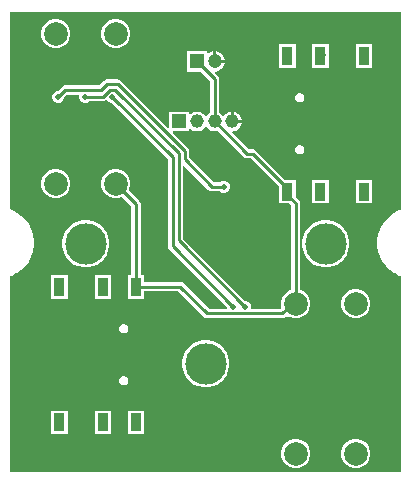
<source format=gbr>
%FSTAX23Y23*%
%MOMM*%
%SFA1B1*%

%IPPOS*%
%ADD10R,0.899998X1.499997*%
%ADD11C,0.253999*%
%ADD12C,3.499993*%
%ADD13C,1.999996*%
%ADD14C,1.149998*%
%ADD15R,1.149998X1.149998*%
%ADD16C,1.199998*%
%ADD17R,1.199998X1.199998*%
%ADD18C,0.499999*%
%LNflightstick_buttonpanelv3r_copper_signal_top-1*%
%LPD*%
G36*
X16579Y29772D02*
Y13054D01*
X16424Y13*
X16408Y12991*
X1639Y12986*
X16006Y12799*
X15986Y12784*
X15964Y12774*
X15614Y12528*
X15597Y1251*
X15576Y12497*
X1527Y12198*
X15256Y12178*
X15238Y12161*
X14984Y11818*
X14973Y11795*
X14958Y11776*
X14761Y11396*
X14755Y11373*
X14742Y11351*
X14609Y10945*
X14606Y1092*
X14598Y10897*
X14531Y10475*
X14532Y1045*
X14527Y10426*
X14529Y09998*
X14534Y09974*
X14533Y0995*
X14602Y09528*
X14611Y09505*
X14614Y0948*
X1475Y09075*
X14762Y09053*
X14769Y0903*
X14968Y08651*
X14984Y08632*
X14995Y0861*
X15251Y08268*
X1527Y08252*
X15284Y08231*
X15592Y07935*
X15613Y07921*
X1563Y07904*
X15981Y0766*
X16004Y0765*
X16023Y07635*
X16409Y07451*
X16427Y07446*
X16443Y07437*
X16571Y07394*
Y-09219*
X-16583*
Y07391*
X-16436Y07441*
X-1642Y0745*
X-16402Y07455*
X-16017Y07641*
X-15997Y07656*
X-15975Y07666*
X-15624Y07911*
X-15607Y07928*
X-15587Y07942*
X-1528Y08239*
X-15266Y0826*
X-15248Y08276*
X-14992Y08619*
X-14981Y08641*
X-14966Y0866*
X-14769Y0904*
X-14762Y09063*
X-14749Y09085*
X-14615Y0949*
X-14612Y09515*
X-14603Y09538*
X-14535Y0996*
X-14536Y09978*
X-14531Y09996*
X-14523Y1021*
X-14525Y10222*
X-14523Y10235*
X-14531Y10448*
X-14536Y10466*
X-14535Y10485*
X-14603Y10907*
X-14612Y1093*
X-14615Y10954*
X-14749Y1136*
X-14762Y11382*
X-14769Y11405*
X-14966Y11784*
X-14981Y11803*
X-14992Y11826*
X-15248Y12168*
X-15266Y12185*
X-1528Y12205*
X-15587Y12503*
X-15607Y12516*
X-15624Y12534*
X-15975Y12779*
X-15997Y12789*
X-16017Y12804*
X-16402Y1299*
X-1642Y12994*
X-16436Y13004*
X-16583Y13054*
Y2975*
X-16466Y29793*
X-16458Y29793*
X16456*
X16579Y29772*
G37*
%LNflightstick_buttonpanelv3r_copper_signal_top-2*%
%LPC*%
G36*
X-07454Y29193D02*
X-07785D01*
X-08104Y29108*
X-08389Y28943*
X-08623Y28709*
X-08788Y28423*
X-08873Y28105*
Y27774*
X-08788Y27455*
X-08623Y2717*
X-08389Y26936*
X-08104Y26771*
X-07785Y26685*
X-07454*
X-07135Y26771*
X-0685Y26936*
X-06616Y2717*
X-06451Y27455*
X-06365Y27774*
Y28105*
X-06451Y28423*
X-06616Y28709*
X-0685Y28943*
X-07135Y29108*
X-07454Y29193*
G37*
G36*
X-12534D02*
X-12865D01*
X-13184Y29108*
X-13469Y28943*
X-13703Y28709*
X-13868Y28423*
X-13953Y28105*
Y27774*
X-13868Y27455*
X-13703Y2717*
X-13469Y26936*
X-13184Y26771*
X-12865Y26685*
X-12534*
X-12215Y26771*
X-1193Y26936*
X-11696Y2717*
X-11531Y27455*
X-11445Y27774*
Y28105*
X-11531Y28423*
X-11696Y28709*
X-1193Y28943*
X-12215Y29108*
X-12534Y29193*
G37*
G36*
X00876Y26435D02*
Y25711D01*
X016*
X01545Y25914*
X01433Y26109*
X01274Y26268*
X01079Y2638*
X00876Y26435*
G37*
G36*
X14113Y27073D02*
X12705D01*
Y25065*
X14113*
Y27073*
G37*
G36*
X10414D02*
X09005D01*
Y25065*
X10414*
Y27073*
G37*
G36*
X07613D02*
X06205D01*
Y25065*
X07613*
Y27073*
G37*
G36*
X08039Y22919D02*
X0788D01*
X07733Y22859*
X0762Y22746*
X07559Y22599*
Y2244*
X0762Y22293*
X07733Y2218*
X0788Y22119*
X08039*
X08186Y2218*
X08299Y22293*
X08359Y2244*
Y22599*
X08299Y22746*
X08186Y22859*
X08039Y22919*
G37*
G36*
X00103Y26438D02*
X-01603D01*
Y2473*
X-00445*
X00361Y23924*
Y21237*
X0024Y21168*
X00086Y21014*
X00063Y20973*
X-00063*
X-00086Y21014*
X-0024Y21168*
X-00429Y21277*
X-0064Y21333*
X-00859*
X-01069Y21277*
X-01259Y21168*
X-01293Y21133*
X-0142Y21185*
Y21333*
X-03078*
Y20008*
X-03196Y1996*
X-07175Y23939*
X-07301Y24023*
X-0745Y24053*
X-08349*
X-08498Y24023*
X-08624Y23939*
X-09018Y23545*
X-11894*
X-12043Y23515*
X-12169Y23431*
X-12517Y23083*
X-12572*
X-12757Y23007*
X-12899Y22865*
X-12975Y2268*
Y22479*
X-12899Y22294*
X-12757Y22152*
X-12572Y22075*
X-12371*
X-12186Y22152*
X-12044Y22294*
X-11967Y22479*
Y22534*
X-11734Y22768*
X-10748*
X-10689Y2268*
Y22479*
X-10613Y22294*
X-10471Y22152*
X-10286Y22075*
X-10085*
X-099Y22152*
X-09861Y22191*
X-08715*
X-08567Y22221*
X-08463Y2229*
X-08327Y22294*
X-08185Y22152*
X-08Y22075*
X-07945*
X-03195Y17326*
Y09918*
X-03165Y0977*
X-03081Y09644*
X01781Y0478*
Y04725*
X01723Y04637*
X00277*
X-01871Y06786*
X-01997Y0687*
X-02146Y069*
X-05189*
Y07515*
X-05505*
Y13513*
X-05535Y13662*
X-05619Y13788*
X-065Y1467*
X-06451Y14755*
X-06365Y15074*
Y15405*
X-06451Y15723*
X-06616Y16009*
X-0685Y16243*
X-07135Y16408*
X-07454Y16493*
X-07785*
X-08104Y16408*
X-08389Y16243*
X-08623Y16009*
X-08788Y15723*
X-08873Y15405*
Y15074*
X-08788Y14755*
X-08623Y1447*
X-08389Y14236*
X-08104Y14071*
X-07785Y13985*
X-07454*
X-07135Y14071*
X-0705Y1412*
X-06282Y13353*
Y07515*
X-06597*
Y05507*
X-05189*
Y06123*
X-02307*
X-00158Y03974*
X-00032Y0389*
X00116Y0386*
X06497*
X06646Y0389*
X06772Y03974*
X06865Y04067*
X07135Y03911*
X07454Y03825*
X07785*
X08103Y03911*
X08389Y04076*
X08623Y0431*
X08788Y04595*
X08873Y04914*
Y05245*
X08788Y05563*
X08623Y05849*
X08389Y06083*
X08103Y06248*
X08008Y06274*
Y13559*
X07978Y13708*
X07894Y13834*
X07613Y14115*
Y15573*
X06755*
X04295Y18033*
X04169Y18117*
X04021Y18147*
X03657*
X02255Y19548*
X02307Y19675*
X02359*
X02569Y19732*
X02758Y19841*
X02913Y19995*
X03022Y20184*
X03074Y20377*
X0225*
Y20504*
X02123*
Y21329*
X0193Y21277*
X0174Y21168*
X01586Y21014*
X01563Y20973*
X01436*
X01413Y21014*
X01259Y21168*
X01138Y21237*
Y24084*
X01108Y24233*
X01024Y24359*
X0077Y24613*
X00819Y2473*
X00862*
X01079Y24789*
X01274Y24901*
X01433Y2506*
X01545Y25255*
X016Y25457*
X00749*
Y25584*
X00622*
Y26435*
X0042Y2638*
X0023Y26271*
X00163Y26287*
X00103Y26312*
Y26438*
G37*
G36*
X02377Y21329D02*
Y20631D01*
X03074*
X03022Y20824*
X02913Y21014*
X02758Y21168*
X02569Y21277*
X02377Y21329*
G37*
G36*
X08039Y18519D02*
X0788D01*
X07733Y18459*
X0762Y18346*
X07559Y18199*
Y1804*
X0762Y17893*
X07733Y1778*
X0788Y17719*
X08039*
X08186Y1778*
X08299Y17893*
X08359Y1804*
Y18199*
X08299Y18346*
X08186Y18459*
X08039Y18519*
G37*
G36*
X-12534Y16493D02*
X-12865D01*
X-13184Y16408*
X-13469Y16243*
X-13703Y16009*
X-13868Y15723*
X-13953Y15405*
Y15074*
X-13868Y14755*
X-13703Y1447*
X-13469Y14236*
X-13184Y14071*
X-12865Y13985*
X-12534*
X-12215Y14071*
X-1193Y14236*
X-11696Y1447*
X-11531Y14755*
X-11445Y15074*
Y15405*
X-11531Y15723*
X-11696Y16009*
X-1193Y16243*
X-12215Y16408*
X-12534Y16493*
G37*
G36*
X14113Y15573D02*
X12705D01*
Y13565*
X14113*
Y15573*
G37*
G36*
X10414D02*
X09005D01*
Y13565*
X10414*
Y15573*
G37*
G36*
X10357Y12163D02*
X09962D01*
X09575Y12086*
X0921Y11935*
X08882Y11716*
X08603Y11437*
X08384Y11109*
X08233Y10744*
X08155Y10357*
Y09962*
X08233Y09575*
X08384Y0921*
X08603Y08882*
X08882Y08603*
X0921Y08384*
X09575Y08233*
X09962Y08155*
X10357*
X10744Y08233*
X11109Y08384*
X11437Y08603*
X11716Y08882*
X11935Y0921*
X12086Y09575*
X12163Y09962*
Y10357*
X12086Y10744*
X11935Y11109*
X11716Y11437*
X11437Y11716*
X11109Y11935*
X10744Y12086*
X10357Y12163*
G37*
G36*
X-09962D02*
X-10357D01*
X-10744Y12086*
X-11109Y11935*
X-11437Y11716*
X-11716Y11437*
X-11935Y11109*
X-12086Y10744*
X-12163Y10357*
Y09962*
X-12086Y09575*
X-11935Y0921*
X-11716Y08882*
X-11437Y08603*
X-11109Y08384*
X-10744Y08233*
X-10357Y08155*
X-09962*
X-09575Y08233*
X-0921Y08384*
X-08882Y08603*
X-08603Y08882*
X-08384Y0921*
X-08233Y09575*
X-08155Y09962*
Y10357*
X-08233Y10744*
X-08384Y11109*
X-08603Y11437*
X-08882Y11716*
X-0921Y11935*
X-09575Y12086*
X-09962Y12163*
G37*
G36*
X-07989Y07515D02*
X-09398D01*
Y05507*
X-07989*
Y07515*
G37*
G36*
X-11689D02*
X-13097D01*
Y05507*
X-11689*
Y07515*
G37*
G36*
X12865Y06333D02*
X12534D01*
X12215Y06248*
X11929Y06083*
X11696Y05849*
X11531Y05563*
X11445Y05245*
Y04914*
X11531Y04595*
X11696Y0431*
X11929Y04076*
X12215Y03911*
X12534Y03825*
X12865*
X13183Y03911*
X13469Y04076*
X13703Y0431*
X13868Y04595*
X13953Y04914*
Y05245*
X13868Y05563*
X13703Y05849*
X13469Y06083*
X13183Y06248*
X12865Y06333*
G37*
G36*
X-06864Y03361D02*
X-07023D01*
X-0717Y03301*
X-07283Y03188*
X-07343Y03041*
Y02882*
X-07283Y02735*
X-0717Y02622*
X-07023Y02561*
X-06864*
X-06717Y02622*
X-06604Y02735*
X-06543Y02882*
Y03041*
X-06604Y03188*
X-06717Y03301*
X-06864Y03361*
G37*
G36*
Y-01037D02*
X-07023D01*
X-0717Y-01098*
X-07283Y-01211*
X-07343Y-01358*
Y-01517*
X-07283Y-01664*
X-0717Y-01777*
X-07023Y-01837*
X-06864*
X-06717Y-01777*
X-06604Y-01664*
X-06543Y-01517*
Y-01358*
X-06604Y-01211*
X-06717Y-01098*
X-06864Y-01037*
G37*
G36*
X00197Y02003D02*
X-00197D01*
X-00584Y01926*
X-00949Y01775*
X-01277Y01556*
X-01556Y01277*
X-01775Y00949*
X-01926Y00584*
X-02003Y00197*
Y-00197*
X-01926Y-00584*
X-01775Y-00949*
X-01556Y-01277*
X-01277Y-01556*
X-00949Y-01775*
X-00584Y-01926*
X-00197Y-02003*
X00197*
X00584Y-01926*
X00949Y-01775*
X01277Y-01556*
X01556Y-01277*
X01775Y-00949*
X01926Y-00584*
X02003Y-00197*
Y00197*
X01926Y00584*
X01775Y00949*
X01556Y01277*
X01277Y01556*
X00949Y01775*
X00584Y01926*
X00197Y02003*
G37*
G36*
X-05189Y-03983D02*
X-06597D01*
Y-05991*
X-05189*
Y-03983*
G37*
G36*
X-07989D02*
X-09398D01*
Y-05991*
X-07989*
Y-03983*
G37*
G36*
X-11689D02*
X-13097D01*
Y-05991*
X-11689*
Y-03983*
G37*
G36*
X12865Y-06365D02*
X12534D01*
X12215Y-06451*
X11929Y-06616*
X11696Y-0685*
X11531Y-07135*
X11445Y-07454*
Y-07785*
X11531Y-08103*
X11696Y-08389*
X11929Y-08623*
X12215Y-08788*
X12534Y-08873*
X12865*
X13183Y-08788*
X13469Y-08623*
X13703Y-08389*
X13868Y-08103*
X13953Y-07785*
Y-07454*
X13868Y-07135*
X13703Y-0685*
X13469Y-06616*
X13183Y-06451*
X12865Y-06365*
G37*
G36*
X07785D02*
X07454D01*
X07135Y-06451*
X06849Y-06616*
X06616Y-0685*
X06451Y-07135*
X06365Y-07454*
Y-07785*
X06451Y-08103*
X06616Y-08389*
X06849Y-08623*
X07135Y-08788*
X07454Y-08873*
X07785*
X08103Y-08788*
X08389Y-08623*
X08623Y-08389*
X08788Y-08103*
X08873Y-07785*
Y-07454*
X08788Y-07135*
X08623Y-0685*
X08389Y-06616*
X08103Y-06451*
X07785Y-06365*
G37*
%LNflightstick_buttonpanelv3r_copper_signal_top-3*%
%LPD*%
G36*
X00086Y19995D02*
X0024Y19841D01*
X00429Y19732*
X0064Y19675*
X00859*
X00993Y19712*
X03221Y17484*
X03347Y17399*
X03496Y1737*
X0386*
X06205Y15024*
Y13565*
X07064*
X07231Y13399*
Y06274*
X07135Y06248*
X06849Y06083*
X06616Y05849*
X06451Y05563*
X06365Y05245*
Y04914*
X06414Y04732*
X06333Y04637*
X03864*
X03805Y04725*
Y04926*
X03729Y05111*
X03587Y05253*
X03402Y05329*
X03347*
X-0191Y10587*
Y16691*
X-01793Y16739*
X00235Y14711*
X00361Y14627*
X00509Y14597*
X01199*
X01238Y14558*
X01423Y14481*
X01624*
X01809Y14558*
X01951Y147*
X02027Y14885*
Y15086*
X01951Y15271*
X01809Y15413*
X01624Y15489*
X01423*
X01238Y15413*
X01199Y15374*
X0067*
X-01402Y17447*
Y18005*
X-01432Y18154*
X-01516Y1828*
X-02794Y19558*
X-02746Y19675*
X-0142*
Y19823*
X-01293Y19876*
X-01259Y19841*
X-01069Y19732*
X-00859Y19675*
X-0064*
X-00429Y19732*
X-0024Y19841*
X-00086Y19995*
X-00063Y20036*
X00063*
X00086Y19995*
G37*
G54D10*
X06909Y26069D03*
X09709D03*
X13409D03*
Y14569D03*
X09709D03*
X06909D03*
X-05893Y06511D03*
X-08693D03*
X-12393D03*
Y-04987D03*
X-08693D03*
X-05893D03*
G54D11*
X06909Y14569D02*
Y14869D01*
X04021Y17758D02*
X06909Y14869D01*
X03496Y17758D02*
X04021D01*
X00749Y20504D02*
X03496Y17758D01*
X06909Y14269D02*
X07619Y13559D01*
Y0508D02*
Y13559D01*
X06909Y14269D02*
Y14569D01*
X07328Y0508D02*
X07619D01*
X06497Y04248D02*
X07328Y0508D01*
X00116Y04248D02*
X06497D01*
X-02146Y06511D02*
X00116Y04248D01*
X-05893Y06511D02*
X-02146D01*
X-0762Y1524D02*
X-05893Y13513D01*
Y06511D02*
Y13513D01*
X-08857Y23156D02*
X-08349Y23664D01*
X-0179Y17286D02*
Y18005D01*
X-02298Y10426D02*
X03302Y04826D01*
X-02298Y10426D02*
Y17794D01*
X-0766Y23156D02*
X-02298Y17794D01*
X-08138Y23156D02*
X-0766D01*
X-08715Y22579D02*
X-08138Y23156D01*
X-10185Y22579D02*
X-08715D01*
X-08349Y23664D02*
X-0745D01*
X-0179Y17286D02*
X00509Y14986D01*
X-0745Y23664D02*
X-0179Y18005D01*
X-11894Y23156D02*
X-08857D01*
X00509Y14986D02*
X01524D01*
X-07899Y22579D02*
X-02806Y17486D01*
X-12471Y22579D02*
X-11894Y23156D01*
X-02806Y09918D02*
Y17486D01*
Y09918D02*
X02286Y04826D01*
X-00749Y25584D02*
X00749Y24084D01*
Y20504D02*
Y24084D01*
G54D12*
X0Y0D03*
X1016Y1016D03*
X-1016D03*
G54D13*
X-0762Y1524D03*
X-127D03*
X-0762Y2794D03*
X-127D03*
X07619Y0508D03*
X12699D03*
X07619Y-0762D03*
X12699D03*
G54D14*
X02249Y20504D03*
X00749D03*
X-00749D03*
G54D15*
X-02249Y20504D03*
G54D16*
X00749Y25584D03*
G54D17*
X-00749Y25584D03*
G54D18*
X-05613Y04037D03*
X-05919Y-05013D03*
X-08719D03*
X-12419D03*
X-08719Y06485D03*
X-12419D03*
X-07899Y22579D03*
X03302Y04826D03*
X02286D03*
X01524Y14986D03*
X-10185Y22579D03*
X-12471D03*
X09906Y26162D03*
X06883Y26043D03*
X13383D03*
X13409Y14569D03*
X09683Y14543D03*
X08128Y14478D03*
X13435Y18549D03*
X09906Y22317D03*
M02*
</source>
